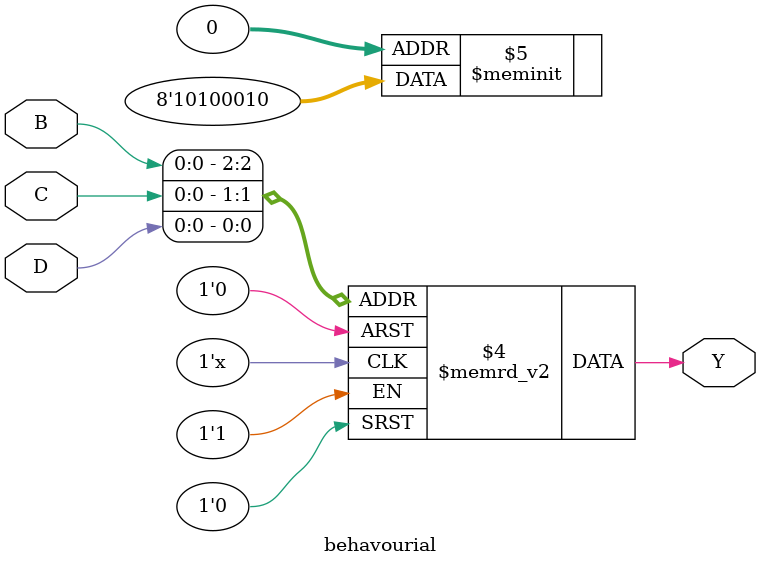
<source format=v>
`timescale 1ns / 1ps
module behavourial(B,C,D,Y);
input B,C,D;
output Y;
reg Y;
always @(B or C or D)
case({B,C,D})
3'b000:Y=0;
3'b001:Y=1;
3'b010:Y=0;
3'b011:Y=0;
3'b100:Y=0;
3'b101:Y=1;
3'b110:Y=0;
3'b111:Y=1;
  endcase
  endmodule
  




</source>
